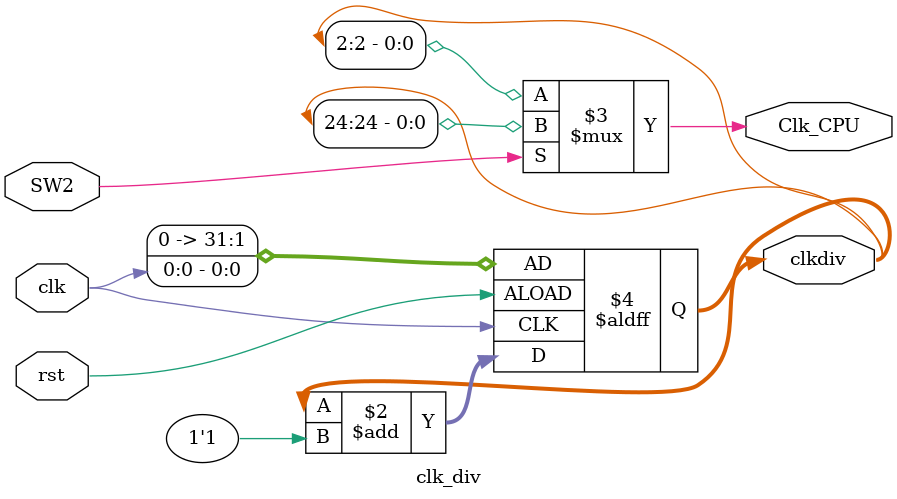
<source format=v>
`timescale 1ns / 1ps
module clk_div(input clk,
					input rst,
					input SW2,
					output reg [31:0] clkdiv,
					output Clk_CPU
    );
always @ (posedge clk or posedge rst) begin
	if(rst) 
		clkdiv <= clk;
	else
		clkdiv <= clkdiv + 1'b1;
end
assign Clk_CPU = (SW2)? clkdiv[24]:clkdiv[2];

endmodule

</source>
